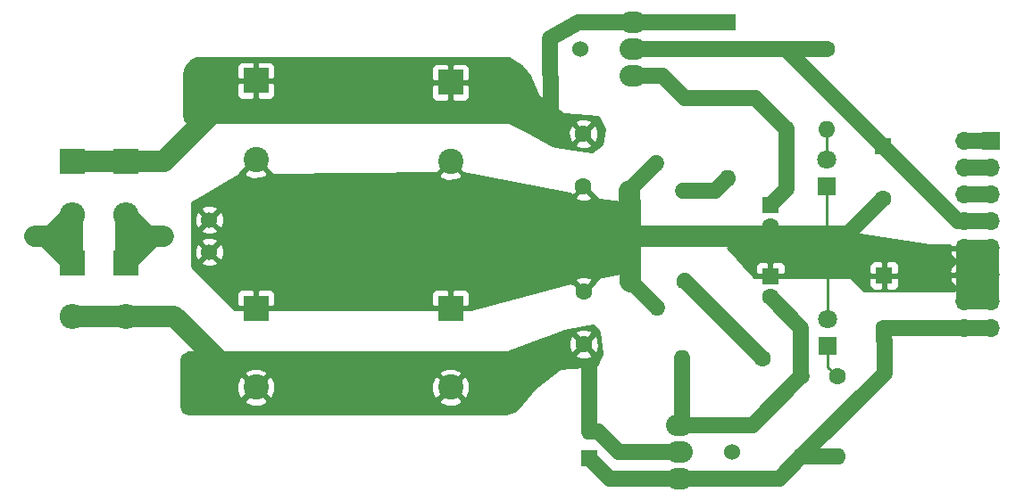
<source format=gbr>
G04 #@! TF.GenerationSoftware,KiCad,Pcbnew,(5.0.1-3-g963ef8bb5)*
G04 #@! TF.CreationDate,2018-11-14T22:17:04-08:00*
G04 #@! TF.ProjectId,eurorack-psu,6575726F7261636B2D7073752E6B6963,rev?*
G04 #@! TF.SameCoordinates,Original*
G04 #@! TF.FileFunction,Copper,L2,Bot,Signal*
G04 #@! TF.FilePolarity,Positive*
%FSLAX46Y46*%
G04 Gerber Fmt 4.6, Leading zero omitted, Abs format (unit mm)*
G04 Created by KiCad (PCBNEW (5.0.1-3-g963ef8bb5)) date Wednesday, November 14, 2018 at 10:17:04 PM*
%MOMM*%
%LPD*%
G01*
G04 APERTURE LIST*
G04 #@! TA.AperFunction,ComponentPad*
%ADD10C,1.524000*%
G04 #@! TD*
G04 #@! TA.AperFunction,ComponentPad*
%ADD11R,2.400000X2.400000*%
G04 #@! TD*
G04 #@! TA.AperFunction,ComponentPad*
%ADD12C,2.400000*%
G04 #@! TD*
G04 #@! TA.AperFunction,ComponentPad*
%ADD13R,1.600000X1.600000*%
G04 #@! TD*
G04 #@! TA.AperFunction,ComponentPad*
%ADD14O,1.600000X1.600000*%
G04 #@! TD*
G04 #@! TA.AperFunction,ComponentPad*
%ADD15O,2.540000X2.032000*%
G04 #@! TD*
G04 #@! TA.AperFunction,ComponentPad*
%ADD16C,1.600000*%
G04 #@! TD*
G04 #@! TA.AperFunction,ComponentPad*
%ADD17O,2.400000X2.400000*%
G04 #@! TD*
G04 #@! TA.AperFunction,ComponentPad*
%ADD18C,1.800000*%
G04 #@! TD*
G04 #@! TA.AperFunction,ComponentPad*
%ADD19R,1.800000X1.800000*%
G04 #@! TD*
G04 #@! TA.AperFunction,ComponentPad*
%ADD20C,1.440000*%
G04 #@! TD*
G04 #@! TA.AperFunction,ComponentPad*
%ADD21O,1.700000X1.700000*%
G04 #@! TD*
G04 #@! TA.AperFunction,ComponentPad*
%ADD22R,1.700000X1.700000*%
G04 #@! TD*
G04 #@! TA.AperFunction,ViaPad*
%ADD23C,1.524000*%
G04 #@! TD*
G04 #@! TA.AperFunction,Conductor*
%ADD24C,0.250000*%
G04 #@! TD*
G04 #@! TA.AperFunction,Conductor*
%ADD25C,1.524000*%
G04 #@! TD*
G04 #@! TA.AperFunction,Conductor*
%ADD26C,2.032000*%
G04 #@! TD*
G04 #@! TA.AperFunction,Conductor*
%ADD27C,0.254000*%
G04 #@! TD*
G04 APERTURE END LIST*
D10*
G04 #@! TO.P,TR1,5*
G04 #@! TO.N,Net-(D2-Pad1)*
X132080000Y-91694000D03*
G04 #@! TO.P,TR1,6*
G04 #@! TO.N,GNDREF*
X148590000Y-90170000D03*
G04 #@! TO.P,TR1,7*
X148590000Y-93218000D03*
G04 #@! TO.P,TR1,8*
G04 #@! TO.N,Net-(D1-Pad1)*
X144272000Y-91694000D03*
G04 #@! TD*
D11*
G04 #@! TO.P,C3,1*
G04 #@! TO.N,Net-(C1-Pad1)*
X171475000Y-77100000D03*
D12*
G04 #@! TO.P,C3,2*
G04 #@! TO.N,GNDREF*
X171475000Y-84600000D03*
G04 #@! TD*
D13*
G04 #@! TO.P,D5,1*
G04 #@! TO.N,Net-(C1-Pad1)*
X197739000Y-71374000D03*
D14*
G04 #@! TO.P,D5,2*
G04 #@! TO.N,+12V*
X197739000Y-73914000D03*
G04 #@! TD*
D15*
G04 #@! TO.P,U1,2*
G04 #@! TO.N,+12V*
X188747000Y-73920000D03*
G04 #@! TO.P,U1,3*
G04 #@! TO.N,Net-(C1-Pad1)*
X188747000Y-71380000D03*
G04 #@! TO.P,U1,1*
G04 #@! TO.N,Net-(C7-Pad1)*
X188747000Y-76460000D03*
G04 #@! TD*
D13*
G04 #@! TO.P,C8,1*
G04 #@! TO.N,GNDREF*
X201803000Y-95504000D03*
D16*
G04 #@! TO.P,C8,2*
G04 #@! TO.N,Net-(C8-Pad2)*
X201803000Y-97504000D03*
G04 #@! TD*
D17*
G04 #@! TO.P,D4,2*
G04 #@! TO.N,Net-(D2-Pad1)*
X135636000Y-89662000D03*
D11*
G04 #@! TO.P,D4,1*
G04 #@! TO.N,Net-(C1-Pad1)*
X135636000Y-84582000D03*
G04 #@! TD*
D12*
G04 #@! TO.P,C2,2*
G04 #@! TO.N,Net-(C2-Pad2)*
X153016000Y-106050000D03*
D11*
G04 #@! TO.P,C2,1*
G04 #@! TO.N,GNDREF*
X153016000Y-98550000D03*
G04 #@! TD*
G04 #@! TO.P,C4,1*
G04 #@! TO.N,GNDREF*
X171475000Y-98550000D03*
D12*
G04 #@! TO.P,C4,2*
G04 #@! TO.N,Net-(C2-Pad2)*
X171475000Y-106050000D03*
G04 #@! TD*
G04 #@! TO.P,C1,2*
G04 #@! TO.N,GNDREF*
X153016000Y-84425000D03*
D11*
G04 #@! TO.P,C1,1*
G04 #@! TO.N,Net-(C1-Pad1)*
X153016000Y-76925000D03*
G04 #@! TD*
D16*
G04 #@! TO.P,C5,2*
G04 #@! TO.N,GNDREF*
X184072000Y-86975000D03*
G04 #@! TO.P,C5,1*
G04 #@! TO.N,Net-(C1-Pad1)*
X184072000Y-81975000D03*
G04 #@! TD*
G04 #@! TO.P,C6,1*
G04 #@! TO.N,GNDREF*
X184097000Y-96950000D03*
G04 #@! TO.P,C6,2*
G04 #@! TO.N,Net-(C2-Pad2)*
X184097000Y-101950000D03*
G04 #@! TD*
G04 #@! TO.P,C7,2*
G04 #@! TO.N,GNDREF*
X201803000Y-90773000D03*
D13*
G04 #@! TO.P,C7,1*
G04 #@! TO.N,Net-(C7-Pad1)*
X201803000Y-88773000D03*
G04 #@! TD*
D16*
G04 #@! TO.P,C9,2*
G04 #@! TO.N,GNDREF*
X212472000Y-88150000D03*
D13*
G04 #@! TO.P,C9,1*
G04 #@! TO.N,+12V*
X212472000Y-83150000D03*
G04 #@! TD*
D16*
G04 #@! TO.P,C10,2*
G04 #@! TO.N,-12V*
X212600000Y-100450000D03*
D13*
G04 #@! TO.P,C10,1*
G04 #@! TO.N,GNDREF*
X212600000Y-95450000D03*
G04 #@! TD*
D17*
G04 #@! TO.P,D1,2*
G04 #@! TO.N,Net-(C2-Pad2)*
X140716000Y-99314000D03*
D11*
G04 #@! TO.P,D1,1*
G04 #@! TO.N,Net-(D1-Pad1)*
X140716000Y-94234000D03*
G04 #@! TD*
G04 #@! TO.P,D2,1*
G04 #@! TO.N,Net-(D2-Pad1)*
X135636000Y-94234000D03*
D17*
G04 #@! TO.P,D2,2*
G04 #@! TO.N,Net-(C2-Pad2)*
X135636000Y-99314000D03*
G04 #@! TD*
D11*
G04 #@! TO.P,D3,1*
G04 #@! TO.N,Net-(C1-Pad1)*
X140716000Y-84582000D03*
D17*
G04 #@! TO.P,D3,2*
G04 #@! TO.N,Net-(D1-Pad1)*
X140716000Y-89662000D03*
G04 #@! TD*
D13*
G04 #@! TO.P,D6,1*
G04 #@! TO.N,-12V*
X184658000Y-112776000D03*
D14*
G04 #@! TO.P,D6,2*
G04 #@! TO.N,Net-(C2-Pad2)*
X184658000Y-110236000D03*
G04 #@! TD*
D18*
G04 #@! TO.P,D7,2*
G04 #@! TO.N,Net-(D7-Pad2)*
X207137000Y-84455000D03*
D19*
G04 #@! TO.P,D7,1*
G04 #@! TO.N,GNDREF*
X207137000Y-86995000D03*
G04 #@! TD*
G04 #@! TO.P,D8,1*
G04 #@! TO.N,Net-(D8-Pad1)*
X207264000Y-102108000D03*
D18*
G04 #@! TO.P,D8,2*
G04 #@! TO.N,GNDREF*
X207264000Y-99568000D03*
G04 #@! TD*
D20*
G04 #@! TO.P,RV2,3*
G04 #@! TO.N,GNDREF*
X188468000Y-87376000D03*
G04 #@! TO.P,RV2,2*
X191008000Y-84836000D03*
G04 #@! TO.P,RV2,1*
G04 #@! TO.N,Net-(R1-Pad2)*
X193548000Y-87376000D03*
G04 #@! TD*
G04 #@! TO.P,RV3,1*
G04 #@! TO.N,GNDREF*
X188497000Y-96012000D03*
G04 #@! TO.P,RV3,2*
X191037000Y-98552000D03*
G04 #@! TO.P,RV3,3*
G04 #@! TO.N,Net-(R2-Pad1)*
X193577000Y-96012000D03*
G04 #@! TD*
D15*
G04 #@! TO.P,U2,2*
G04 #@! TO.N,Net-(C2-Pad2)*
X193147000Y-112172000D03*
G04 #@! TO.P,U2,3*
G04 #@! TO.N,-12V*
X193147000Y-114712000D03*
G04 #@! TO.P,U2,1*
G04 #@! TO.N,Net-(C8-Pad2)*
X193147000Y-109632000D03*
G04 #@! TD*
D21*
G04 #@! TO.P,J1,16*
G04 #@! TO.N,-12V*
X220207000Y-100455000D03*
G04 #@! TO.P,J1,15*
X222747000Y-100455000D03*
G04 #@! TO.P,J1,14*
G04 #@! TO.N,GNDREF*
X220207000Y-97915000D03*
G04 #@! TO.P,J1,13*
X222747000Y-97915000D03*
G04 #@! TO.P,J1,12*
X220207000Y-95375000D03*
G04 #@! TO.P,J1,11*
X222747000Y-95375000D03*
G04 #@! TO.P,J1,10*
X220207000Y-92835000D03*
G04 #@! TO.P,J1,9*
X222747000Y-92835000D03*
G04 #@! TO.P,J1,8*
G04 #@! TO.N,+12V*
X220207000Y-90295000D03*
G04 #@! TO.P,J1,7*
X222747000Y-90295000D03*
G04 #@! TO.P,J1,6*
G04 #@! TO.N,Net-(J1-Pad5)*
X220207000Y-87755000D03*
G04 #@! TO.P,J1,5*
X222747000Y-87755000D03*
G04 #@! TO.P,J1,4*
G04 #@! TO.N,Net-(J1-Pad3)*
X220207000Y-85215000D03*
G04 #@! TO.P,J1,3*
X222747000Y-85215000D03*
G04 #@! TO.P,J1,2*
G04 #@! TO.N,Net-(J1-Pad1)*
X220207000Y-82675000D03*
D22*
G04 #@! TO.P,J1,1*
X222747000Y-82675000D03*
G04 #@! TD*
D16*
G04 #@! TO.P,R1,1*
G04 #@! TO.N,Net-(C7-Pad1)*
X197739000Y-78613000D03*
D14*
G04 #@! TO.P,R1,2*
G04 #@! TO.N,Net-(R1-Pad2)*
X197739000Y-86233000D03*
G04 #@! TD*
G04 #@! TO.P,R2,2*
G04 #@! TO.N,Net-(C8-Pad2)*
X193427000Y-103297000D03*
D16*
G04 #@! TO.P,R2,1*
G04 #@! TO.N,Net-(R2-Pad1)*
X201047000Y-103297000D03*
G04 #@! TD*
D14*
G04 #@! TO.P,R3,2*
G04 #@! TO.N,Net-(C7-Pad1)*
X203327000Y-81534000D03*
D16*
G04 #@! TO.P,R3,1*
G04 #@! TO.N,+12V*
X203327000Y-73914000D03*
G04 #@! TD*
D14*
G04 #@! TO.P,R4,2*
G04 #@! TO.N,-12V*
X204724000Y-112670000D03*
D16*
G04 #@! TO.P,R4,1*
G04 #@! TO.N,Net-(C8-Pad2)*
X204724000Y-105050000D03*
G04 #@! TD*
G04 #@! TO.P,R5,1*
G04 #@! TO.N,+12V*
X207137000Y-73914000D03*
D14*
G04 #@! TO.P,R5,2*
G04 #@! TO.N,Net-(D7-Pad2)*
X207137000Y-81534000D03*
G04 #@! TD*
D16*
G04 #@! TO.P,R6,1*
G04 #@! TO.N,Net-(D8-Pad1)*
X208153000Y-105029000D03*
D14*
G04 #@! TO.P,R6,2*
G04 #@! TO.N,-12V*
X208153000Y-112649000D03*
G04 #@! TD*
D23*
G04 #@! TO.N,*
X198147000Y-112172000D03*
X183747000Y-73920000D03*
G04 #@! TD*
D24*
G04 #@! TO.N,GNDREF*
X171300000Y-84425000D02*
X171475000Y-84600000D01*
D25*
X188467000Y-87295000D02*
X191007000Y-84755000D01*
X208922000Y-91700000D02*
X212472000Y-88150000D01*
X188497000Y-95972000D02*
X191037000Y-98512000D01*
X220107000Y-95275000D02*
X220207000Y-95375000D01*
X220207000Y-95375000D02*
X220207000Y-97915000D01*
X220207000Y-95375000D02*
X220207000Y-92835000D01*
X221447000Y-97915000D02*
X222747000Y-97915000D01*
X220207000Y-97915000D02*
X221447000Y-97915000D01*
X221447000Y-92835000D02*
X222747000Y-92835000D01*
X220207000Y-92835000D02*
X221447000Y-92835000D01*
X222747000Y-95375000D02*
X222747000Y-92835000D01*
X222747000Y-97915000D02*
X222747000Y-95375000D01*
X221447000Y-92835000D02*
X221447000Y-97915000D01*
D26*
X207137000Y-91700000D02*
X188715000Y-91700000D01*
X188467000Y-91452000D02*
X188715000Y-91700000D01*
X188467000Y-91452000D02*
X186067000Y-91452000D01*
X188497000Y-91482000D02*
X188467000Y-91452000D01*
X188497000Y-96012000D02*
X188497000Y-91482000D01*
X188468000Y-88394233D02*
X188497000Y-88423233D01*
X188497000Y-88423233D02*
X188497000Y-91482000D01*
X188468000Y-87376000D02*
X188468000Y-88394233D01*
D24*
X207264000Y-95645000D02*
X208922000Y-93987000D01*
X207264000Y-99568000D02*
X207264000Y-95645000D01*
X207137000Y-86995000D02*
X207137000Y-91700000D01*
D26*
X207137000Y-91700000D02*
X208922000Y-91700000D01*
D24*
G04 #@! TO.N,Net-(C1-Pad1)*
X152175000Y-77100000D02*
X152000000Y-76925000D01*
D26*
X140716000Y-84582000D02*
X144343000Y-84582000D01*
X135636000Y-84582000D02*
X140716000Y-84582000D01*
D25*
X197733000Y-71380000D02*
X197739000Y-71374000D01*
X188747000Y-71380000D02*
X197733000Y-71380000D01*
X144343000Y-84582000D02*
X144418000Y-84582000D01*
D26*
X144343000Y-84582000D02*
X144343000Y-84557000D01*
X144343000Y-84557000D02*
X149750000Y-79150000D01*
D25*
X180925000Y-72900000D02*
X180950000Y-79925000D01*
X183642000Y-71374000D02*
X180925000Y-72900000D01*
X188229672Y-71374000D02*
X183642000Y-71374000D01*
D26*
G04 #@! TO.N,Net-(C2-Pad2)*
X140716000Y-99314000D02*
X145264000Y-99314000D01*
X135636000Y-99314000D02*
X140716000Y-99314000D01*
D25*
X187385602Y-112172000D02*
X185449602Y-110236000D01*
X185449602Y-110236000D02*
X184658000Y-110236000D01*
X193147000Y-112172000D02*
X187385602Y-112172000D01*
X184658000Y-110236000D02*
X184658000Y-104140000D01*
D26*
X145264000Y-99314000D02*
X149375000Y-103425000D01*
D25*
G04 #@! TO.N,Net-(C7-Pad1)*
X191541000Y-76460000D02*
X193706000Y-78625000D01*
X188747000Y-76460000D02*
X191541000Y-76460000D01*
X193718000Y-78613000D02*
X197739000Y-78613000D01*
X193706000Y-78625000D02*
X193718000Y-78613000D01*
X200406000Y-78613000D02*
X203327000Y-81534000D01*
X197739000Y-78613000D02*
X200406000Y-78613000D01*
X203327000Y-87249000D02*
X201803000Y-88773000D01*
X203327000Y-81534000D02*
X203327000Y-87249000D01*
G04 #@! TO.N,Net-(C8-Pad2)*
X193427000Y-109352000D02*
X193147000Y-109632000D01*
X193427000Y-103297000D02*
X193427000Y-109352000D01*
X204747000Y-105027000D02*
X204724000Y-105050000D01*
X200142000Y-109632000D02*
X204724000Y-105050000D01*
X193147000Y-109632000D02*
X200142000Y-109632000D01*
X204724000Y-100425000D02*
X201803000Y-97504000D01*
X204724000Y-105050000D02*
X204724000Y-100425000D01*
G04 #@! TO.N,+12V*
X220207000Y-90295000D02*
X222747000Y-90295000D01*
X219617000Y-90295000D02*
X220207000Y-90295000D01*
X212472000Y-83150000D02*
X219617000Y-90295000D01*
X197733000Y-73920000D02*
X197739000Y-73914000D01*
X188747000Y-73920000D02*
X197733000Y-73920000D01*
X197739000Y-73914000D02*
X207137000Y-73914000D01*
X203236000Y-73914000D02*
X212472000Y-83150000D01*
X202438000Y-73914000D02*
X203236000Y-73914000D01*
G04 #@! TO.N,-12V*
X220207000Y-100455000D02*
X222747000Y-100455000D01*
X186594000Y-114712000D02*
X184658000Y-112776000D01*
X193147000Y-114712000D02*
X186594000Y-114712000D01*
X202682000Y-114712000D02*
X204724000Y-112670000D01*
X193147000Y-114712000D02*
X202682000Y-114712000D01*
X212622000Y-104772000D02*
X204724000Y-112670000D01*
X208132000Y-112670000D02*
X208153000Y-112649000D01*
X204724000Y-112670000D02*
X208132000Y-112670000D01*
X220202000Y-100450000D02*
X220207000Y-100455000D01*
X212600000Y-100450000D02*
X220202000Y-100450000D01*
X212622000Y-101603370D02*
X212622000Y-104772000D01*
X212600000Y-101581370D02*
X212622000Y-101603370D01*
X212600000Y-100450000D02*
X212600000Y-101581370D01*
D26*
G04 #@! TO.N,Net-(D1-Pad1)*
X142748000Y-91694000D02*
X140716000Y-89662000D01*
X144272000Y-91694000D02*
X142748000Y-91694000D01*
X143256000Y-91694000D02*
X140716000Y-94234000D01*
X144272000Y-91694000D02*
X143256000Y-91694000D01*
X140716000Y-89662000D02*
X140716000Y-94234000D01*
G04 #@! TO.N,Net-(D2-Pad1)*
X135636000Y-89662000D02*
X135636000Y-94234000D01*
X133096000Y-91694000D02*
X135636000Y-94234000D01*
X132080000Y-91694000D02*
X133096000Y-91694000D01*
X133604000Y-91694000D02*
X135636000Y-89662000D01*
X132080000Y-91694000D02*
X133604000Y-91694000D01*
D24*
G04 #@! TO.N,Net-(D7-Pad2)*
X207137000Y-81534000D02*
X207137000Y-84455000D01*
G04 #@! TO.N,Net-(D8-Pad1)*
X207264000Y-104140000D02*
X208153000Y-105029000D01*
X207264000Y-102108000D02*
X207264000Y-104140000D01*
D25*
G04 #@! TO.N,Net-(R1-Pad2)*
X196596000Y-87376000D02*
X197739000Y-86233000D01*
X193548000Y-87376000D02*
X196596000Y-87376000D01*
G04 #@! TO.N,Net-(R2-Pad1)*
X193722000Y-95972000D02*
X201047000Y-103297000D01*
G04 #@! TO.N,Net-(J1-Pad5)*
X220207000Y-87755000D02*
X222747000Y-87755000D01*
G04 #@! TO.N,Net-(J1-Pad3)*
X220207000Y-85215000D02*
X222747000Y-85215000D01*
G04 #@! TO.N,Net-(J1-Pad1)*
X220207000Y-82675000D02*
X222747000Y-82675000D01*
G04 #@! TD*
D27*
G04 #@! TO.N,Net-(C2-Pad2)*
G36*
X185553022Y-100769628D02*
X185798100Y-102852791D01*
X185331620Y-104018990D01*
X181854952Y-104267323D01*
X181807163Y-104280428D01*
X181786030Y-104293752D01*
X179500030Y-106071752D01*
X179480436Y-106090697D01*
X178214131Y-107610263D01*
X177477396Y-108346998D01*
X176763390Y-108585000D01*
X146587980Y-108585000D01*
X146144660Y-108363340D01*
X145923000Y-107920020D01*
X145923000Y-107347175D01*
X151898430Y-107347175D01*
X152021565Y-107634788D01*
X152703734Y-107894707D01*
X153433443Y-107873786D01*
X154010435Y-107634788D01*
X154133570Y-107347175D01*
X170357430Y-107347175D01*
X170480565Y-107634788D01*
X171162734Y-107894707D01*
X171892443Y-107873786D01*
X172469435Y-107634788D01*
X172592570Y-107347175D01*
X171475000Y-106229605D01*
X170357430Y-107347175D01*
X154133570Y-107347175D01*
X153016000Y-106229605D01*
X151898430Y-107347175D01*
X145923000Y-107347175D01*
X145923000Y-105737734D01*
X151171293Y-105737734D01*
X151192214Y-106467443D01*
X151431212Y-107044435D01*
X151718825Y-107167570D01*
X152836395Y-106050000D01*
X153195605Y-106050000D01*
X154313175Y-107167570D01*
X154600788Y-107044435D01*
X154860707Y-106362266D01*
X154842802Y-105737734D01*
X169630293Y-105737734D01*
X169651214Y-106467443D01*
X169890212Y-107044435D01*
X170177825Y-107167570D01*
X171295395Y-106050000D01*
X171654605Y-106050000D01*
X172772175Y-107167570D01*
X173059788Y-107044435D01*
X173319707Y-106362266D01*
X173298786Y-105632557D01*
X173059788Y-105055565D01*
X172772175Y-104932430D01*
X171654605Y-106050000D01*
X171295395Y-106050000D01*
X170177825Y-104932430D01*
X169890212Y-105055565D01*
X169630293Y-105737734D01*
X154842802Y-105737734D01*
X154839786Y-105632557D01*
X154600788Y-105055565D01*
X154313175Y-104932430D01*
X153195605Y-106050000D01*
X152836395Y-106050000D01*
X151718825Y-104932430D01*
X151431212Y-105055565D01*
X151171293Y-105737734D01*
X145923000Y-105737734D01*
X145923000Y-104752825D01*
X151898430Y-104752825D01*
X153016000Y-105870395D01*
X154133570Y-104752825D01*
X170357430Y-104752825D01*
X171475000Y-105870395D01*
X172592570Y-104752825D01*
X172469435Y-104465212D01*
X171787266Y-104205293D01*
X171057557Y-104226214D01*
X170480565Y-104465212D01*
X170357430Y-104752825D01*
X154133570Y-104752825D01*
X154010435Y-104465212D01*
X153328266Y-104205293D01*
X152598557Y-104226214D01*
X152021565Y-104465212D01*
X151898430Y-104752825D01*
X145923000Y-104752825D01*
X145923000Y-103407980D01*
X146144660Y-102964660D01*
X146158490Y-102957745D01*
X183268861Y-102957745D01*
X183342995Y-103203864D01*
X183880223Y-103396965D01*
X184450454Y-103369778D01*
X184851005Y-103203864D01*
X184925139Y-102957745D01*
X184097000Y-102129605D01*
X183268861Y-102957745D01*
X146158490Y-102957745D01*
X146587980Y-102743000D01*
X176784000Y-102743000D01*
X176828289Y-102735027D01*
X179520637Y-101733223D01*
X182650035Y-101733223D01*
X182677222Y-102303454D01*
X182843136Y-102704005D01*
X183089255Y-102778139D01*
X183917395Y-101950000D01*
X184276605Y-101950000D01*
X185104745Y-102778139D01*
X185350864Y-102704005D01*
X185543965Y-102166777D01*
X185516778Y-101596546D01*
X185350864Y-101195995D01*
X185104745Y-101121861D01*
X184276605Y-101950000D01*
X183917395Y-101950000D01*
X183089255Y-101121861D01*
X182843136Y-101195995D01*
X182650035Y-101733223D01*
X179520637Y-101733223D01*
X181646363Y-100942255D01*
X183268861Y-100942255D01*
X184097000Y-101770395D01*
X184925139Y-100942255D01*
X184851005Y-100696136D01*
X184313777Y-100503035D01*
X183743546Y-100530222D01*
X183342995Y-100696136D01*
X183268861Y-100942255D01*
X181646363Y-100942255D01*
X182278767Y-100706942D01*
X184996249Y-100212855D01*
X185553022Y-100769628D01*
X185553022Y-100769628D01*
G37*
X185553022Y-100769628D02*
X185798100Y-102852791D01*
X185331620Y-104018990D01*
X181854952Y-104267323D01*
X181807163Y-104280428D01*
X181786030Y-104293752D01*
X179500030Y-106071752D01*
X179480436Y-106090697D01*
X178214131Y-107610263D01*
X177477396Y-108346998D01*
X176763390Y-108585000D01*
X146587980Y-108585000D01*
X146144660Y-108363340D01*
X145923000Y-107920020D01*
X145923000Y-107347175D01*
X151898430Y-107347175D01*
X152021565Y-107634788D01*
X152703734Y-107894707D01*
X153433443Y-107873786D01*
X154010435Y-107634788D01*
X154133570Y-107347175D01*
X170357430Y-107347175D01*
X170480565Y-107634788D01*
X171162734Y-107894707D01*
X171892443Y-107873786D01*
X172469435Y-107634788D01*
X172592570Y-107347175D01*
X171475000Y-106229605D01*
X170357430Y-107347175D01*
X154133570Y-107347175D01*
X153016000Y-106229605D01*
X151898430Y-107347175D01*
X145923000Y-107347175D01*
X145923000Y-105737734D01*
X151171293Y-105737734D01*
X151192214Y-106467443D01*
X151431212Y-107044435D01*
X151718825Y-107167570D01*
X152836395Y-106050000D01*
X153195605Y-106050000D01*
X154313175Y-107167570D01*
X154600788Y-107044435D01*
X154860707Y-106362266D01*
X154842802Y-105737734D01*
X169630293Y-105737734D01*
X169651214Y-106467443D01*
X169890212Y-107044435D01*
X170177825Y-107167570D01*
X171295395Y-106050000D01*
X171654605Y-106050000D01*
X172772175Y-107167570D01*
X173059788Y-107044435D01*
X173319707Y-106362266D01*
X173298786Y-105632557D01*
X173059788Y-105055565D01*
X172772175Y-104932430D01*
X171654605Y-106050000D01*
X171295395Y-106050000D01*
X170177825Y-104932430D01*
X169890212Y-105055565D01*
X169630293Y-105737734D01*
X154842802Y-105737734D01*
X154839786Y-105632557D01*
X154600788Y-105055565D01*
X154313175Y-104932430D01*
X153195605Y-106050000D01*
X152836395Y-106050000D01*
X151718825Y-104932430D01*
X151431212Y-105055565D01*
X151171293Y-105737734D01*
X145923000Y-105737734D01*
X145923000Y-104752825D01*
X151898430Y-104752825D01*
X153016000Y-105870395D01*
X154133570Y-104752825D01*
X170357430Y-104752825D01*
X171475000Y-105870395D01*
X172592570Y-104752825D01*
X172469435Y-104465212D01*
X171787266Y-104205293D01*
X171057557Y-104226214D01*
X170480565Y-104465212D01*
X170357430Y-104752825D01*
X154133570Y-104752825D01*
X154010435Y-104465212D01*
X153328266Y-104205293D01*
X152598557Y-104226214D01*
X152021565Y-104465212D01*
X151898430Y-104752825D01*
X145923000Y-104752825D01*
X145923000Y-103407980D01*
X146144660Y-102964660D01*
X146158490Y-102957745D01*
X183268861Y-102957745D01*
X183342995Y-103203864D01*
X183880223Y-103396965D01*
X184450454Y-103369778D01*
X184851005Y-103203864D01*
X184925139Y-102957745D01*
X184097000Y-102129605D01*
X183268861Y-102957745D01*
X146158490Y-102957745D01*
X146587980Y-102743000D01*
X176784000Y-102743000D01*
X176828289Y-102735027D01*
X179520637Y-101733223D01*
X182650035Y-101733223D01*
X182677222Y-102303454D01*
X182843136Y-102704005D01*
X183089255Y-102778139D01*
X183917395Y-101950000D01*
X184276605Y-101950000D01*
X185104745Y-102778139D01*
X185350864Y-102704005D01*
X185543965Y-102166777D01*
X185516778Y-101596546D01*
X185350864Y-101195995D01*
X185104745Y-101121861D01*
X184276605Y-101950000D01*
X183917395Y-101950000D01*
X183089255Y-101121861D01*
X182843136Y-101195995D01*
X182650035Y-101733223D01*
X179520637Y-101733223D01*
X181646363Y-100942255D01*
X183268861Y-100942255D01*
X184097000Y-101770395D01*
X184925139Y-100942255D01*
X184851005Y-100696136D01*
X184313777Y-100503035D01*
X183743546Y-100530222D01*
X183342995Y-100696136D01*
X183268861Y-100942255D01*
X181646363Y-100942255D01*
X182278767Y-100706942D01*
X184996249Y-100212855D01*
X185553022Y-100769628D01*
G04 #@! TO.N,GNDREF*
G36*
X153209748Y-84410858D02*
X153195605Y-84425000D01*
X153999385Y-85228780D01*
X154459830Y-85804336D01*
X154497739Y-85836248D01*
X154560032Y-85851996D01*
X170181032Y-85724996D01*
X170229553Y-85714934D01*
X170277564Y-85679303D01*
X170584924Y-85310471D01*
X171295395Y-84600000D01*
X171281253Y-84585858D01*
X171460858Y-84406253D01*
X171475000Y-84420395D01*
X171489143Y-84406253D01*
X171668748Y-84585858D01*
X171654605Y-84600000D01*
X172065076Y-85010471D01*
X172622436Y-85679303D01*
X172660976Y-85710451D01*
X172695678Y-85722649D01*
X182804057Y-87695016D01*
X182818136Y-87729005D01*
X183064255Y-87803139D01*
X183112756Y-87754638D01*
X183159231Y-87754468D01*
X183204942Y-87735338D01*
X183234248Y-87707970D01*
X183496129Y-87371265D01*
X183892395Y-86975000D01*
X183878253Y-86960858D01*
X184057858Y-86781253D01*
X184072000Y-86795395D01*
X184086143Y-86781253D01*
X184265748Y-86960858D01*
X184251605Y-86975000D01*
X184888866Y-87612260D01*
X185453680Y-88224142D01*
X185493748Y-88253296D01*
X185532161Y-88264130D01*
X187579000Y-88504935D01*
X187579000Y-95149414D01*
X185517912Y-95634376D01*
X185472817Y-95654918D01*
X185442347Y-95686051D01*
X185136211Y-96131339D01*
X185104745Y-96121861D01*
X184276605Y-96950000D01*
X184290748Y-96964143D01*
X184111143Y-97143748D01*
X184097000Y-97129605D01*
X184082858Y-97143748D01*
X183903253Y-96964143D01*
X183917395Y-96950000D01*
X183089255Y-96121861D01*
X182951250Y-96163430D01*
X182939024Y-96153549D01*
X182891498Y-96139522D01*
X182846903Y-96143389D01*
X173383226Y-98697983D01*
X173172020Y-98697770D01*
X173151250Y-98677000D01*
X171602000Y-98677000D01*
X171602000Y-98696187D01*
X171348000Y-98695931D01*
X171348000Y-98677000D01*
X169798750Y-98677000D01*
X169781399Y-98694351D01*
X154694386Y-98679136D01*
X154692250Y-98677000D01*
X153143000Y-98677000D01*
X153143000Y-98679000D01*
X152889000Y-98679000D01*
X152889000Y-98677000D01*
X151339750Y-98677000D01*
X151337750Y-98679000D01*
X151055606Y-98679000D01*
X149600297Y-97223691D01*
X151181000Y-97223691D01*
X151181000Y-98264250D01*
X151339750Y-98423000D01*
X152889000Y-98423000D01*
X152889000Y-96873750D01*
X153143000Y-96873750D01*
X153143000Y-98423000D01*
X154692250Y-98423000D01*
X154851000Y-98264250D01*
X154851000Y-97223691D01*
X169640000Y-97223691D01*
X169640000Y-98264250D01*
X169798750Y-98423000D01*
X171348000Y-98423000D01*
X171348000Y-96873750D01*
X171602000Y-96873750D01*
X171602000Y-98423000D01*
X173151250Y-98423000D01*
X173310000Y-98264250D01*
X173310000Y-97223691D01*
X173213327Y-96990302D01*
X173034699Y-96811673D01*
X172801310Y-96715000D01*
X171760750Y-96715000D01*
X171602000Y-96873750D01*
X171348000Y-96873750D01*
X171189250Y-96715000D01*
X170148690Y-96715000D01*
X169915301Y-96811673D01*
X169736673Y-96990302D01*
X169640000Y-97223691D01*
X154851000Y-97223691D01*
X154754327Y-96990302D01*
X154575699Y-96811673D01*
X154342310Y-96715000D01*
X153301750Y-96715000D01*
X153143000Y-96873750D01*
X152889000Y-96873750D01*
X152730250Y-96715000D01*
X151689690Y-96715000D01*
X151456301Y-96811673D01*
X151277673Y-96990302D01*
X151181000Y-97223691D01*
X149600297Y-97223691D01*
X148318861Y-95942255D01*
X183268861Y-95942255D01*
X184097000Y-96770395D01*
X184925139Y-95942255D01*
X184851005Y-95696136D01*
X184313777Y-95503035D01*
X183743546Y-95530222D01*
X183342995Y-95696136D01*
X183268861Y-95942255D01*
X148318861Y-95942255D01*
X146939325Y-94562719D01*
X146941571Y-94198213D01*
X147789392Y-94198213D01*
X147858857Y-94440397D01*
X148382302Y-94627144D01*
X148937368Y-94599362D01*
X149321143Y-94440397D01*
X149390608Y-94198213D01*
X148590000Y-93397605D01*
X147789392Y-94198213D01*
X146941571Y-94198213D01*
X146948893Y-93010302D01*
X147180856Y-93010302D01*
X147208638Y-93565368D01*
X147367603Y-93949143D01*
X147609787Y-94018608D01*
X148410395Y-93218000D01*
X148769605Y-93218000D01*
X149570213Y-94018608D01*
X149812397Y-93949143D01*
X149999144Y-93425698D01*
X149971362Y-92870632D01*
X149812397Y-92486857D01*
X149570213Y-92417392D01*
X148769605Y-93218000D01*
X148410395Y-93218000D01*
X147609787Y-92417392D01*
X147367603Y-92486857D01*
X147180856Y-93010302D01*
X146948893Y-93010302D01*
X146953654Y-92237787D01*
X147789392Y-92237787D01*
X148590000Y-93038395D01*
X149390608Y-92237787D01*
X149321143Y-91995603D01*
X148797698Y-91808856D01*
X148242632Y-91836638D01*
X147858857Y-91995603D01*
X147789392Y-92237787D01*
X146953654Y-92237787D01*
X146960357Y-91150213D01*
X147789392Y-91150213D01*
X147858857Y-91392397D01*
X148382302Y-91579144D01*
X148937368Y-91551362D01*
X149321143Y-91392397D01*
X149390608Y-91150213D01*
X148590000Y-90349605D01*
X147789392Y-91150213D01*
X146960357Y-91150213D01*
X146967680Y-89962302D01*
X147180856Y-89962302D01*
X147208638Y-90517368D01*
X147367603Y-90901143D01*
X147609787Y-90970608D01*
X148410395Y-90170000D01*
X148769605Y-90170000D01*
X149570213Y-90970608D01*
X149812397Y-90901143D01*
X149999144Y-90377698D01*
X149971362Y-89822632D01*
X149812397Y-89438857D01*
X149570213Y-89369392D01*
X148769605Y-90170000D01*
X148410395Y-90170000D01*
X147609787Y-89369392D01*
X147367603Y-89438857D01*
X147180856Y-89962302D01*
X146967680Y-89962302D01*
X146972442Y-89189787D01*
X147789392Y-89189787D01*
X148590000Y-89990395D01*
X149390608Y-89189787D01*
X149321143Y-88947603D01*
X148797698Y-88760856D01*
X148242632Y-88788638D01*
X147858857Y-88947603D01*
X147789392Y-89189787D01*
X146972442Y-89189787D01*
X146976558Y-88522109D01*
X147873980Y-87982745D01*
X183243861Y-87982745D01*
X183317995Y-88228864D01*
X183855223Y-88421965D01*
X184425454Y-88394778D01*
X184826005Y-88228864D01*
X184900139Y-87982745D01*
X184072000Y-87154605D01*
X183243861Y-87982745D01*
X147873980Y-87982745D01*
X151449422Y-85833853D01*
X151479973Y-85808176D01*
X151554507Y-85722175D01*
X151898430Y-85722175D01*
X152021565Y-86009788D01*
X152703734Y-86269707D01*
X153433443Y-86248786D01*
X154010435Y-86009788D01*
X154058647Y-85897175D01*
X170357430Y-85897175D01*
X170480565Y-86184788D01*
X171162734Y-86444707D01*
X171892443Y-86423786D01*
X172469435Y-86184788D01*
X172592570Y-85897175D01*
X171475000Y-84779605D01*
X170357430Y-85897175D01*
X154058647Y-85897175D01*
X154133570Y-85722175D01*
X153016000Y-84604605D01*
X151898430Y-85722175D01*
X151554507Y-85722175D01*
X151712509Y-85539866D01*
X151718825Y-85542570D01*
X152836395Y-84425000D01*
X152822253Y-84410858D01*
X153001858Y-84231253D01*
X153016000Y-84245395D01*
X153030143Y-84231253D01*
X153209748Y-84410858D01*
X153209748Y-84410858D01*
G37*
X153209748Y-84410858D02*
X153195605Y-84425000D01*
X153999385Y-85228780D01*
X154459830Y-85804336D01*
X154497739Y-85836248D01*
X154560032Y-85851996D01*
X170181032Y-85724996D01*
X170229553Y-85714934D01*
X170277564Y-85679303D01*
X170584924Y-85310471D01*
X171295395Y-84600000D01*
X171281253Y-84585858D01*
X171460858Y-84406253D01*
X171475000Y-84420395D01*
X171489143Y-84406253D01*
X171668748Y-84585858D01*
X171654605Y-84600000D01*
X172065076Y-85010471D01*
X172622436Y-85679303D01*
X172660976Y-85710451D01*
X172695678Y-85722649D01*
X182804057Y-87695016D01*
X182818136Y-87729005D01*
X183064255Y-87803139D01*
X183112756Y-87754638D01*
X183159231Y-87754468D01*
X183204942Y-87735338D01*
X183234248Y-87707970D01*
X183496129Y-87371265D01*
X183892395Y-86975000D01*
X183878253Y-86960858D01*
X184057858Y-86781253D01*
X184072000Y-86795395D01*
X184086143Y-86781253D01*
X184265748Y-86960858D01*
X184251605Y-86975000D01*
X184888866Y-87612260D01*
X185453680Y-88224142D01*
X185493748Y-88253296D01*
X185532161Y-88264130D01*
X187579000Y-88504935D01*
X187579000Y-95149414D01*
X185517912Y-95634376D01*
X185472817Y-95654918D01*
X185442347Y-95686051D01*
X185136211Y-96131339D01*
X185104745Y-96121861D01*
X184276605Y-96950000D01*
X184290748Y-96964143D01*
X184111143Y-97143748D01*
X184097000Y-97129605D01*
X184082858Y-97143748D01*
X183903253Y-96964143D01*
X183917395Y-96950000D01*
X183089255Y-96121861D01*
X182951250Y-96163430D01*
X182939024Y-96153549D01*
X182891498Y-96139522D01*
X182846903Y-96143389D01*
X173383226Y-98697983D01*
X173172020Y-98697770D01*
X173151250Y-98677000D01*
X171602000Y-98677000D01*
X171602000Y-98696187D01*
X171348000Y-98695931D01*
X171348000Y-98677000D01*
X169798750Y-98677000D01*
X169781399Y-98694351D01*
X154694386Y-98679136D01*
X154692250Y-98677000D01*
X153143000Y-98677000D01*
X153143000Y-98679000D01*
X152889000Y-98679000D01*
X152889000Y-98677000D01*
X151339750Y-98677000D01*
X151337750Y-98679000D01*
X151055606Y-98679000D01*
X149600297Y-97223691D01*
X151181000Y-97223691D01*
X151181000Y-98264250D01*
X151339750Y-98423000D01*
X152889000Y-98423000D01*
X152889000Y-96873750D01*
X153143000Y-96873750D01*
X153143000Y-98423000D01*
X154692250Y-98423000D01*
X154851000Y-98264250D01*
X154851000Y-97223691D01*
X169640000Y-97223691D01*
X169640000Y-98264250D01*
X169798750Y-98423000D01*
X171348000Y-98423000D01*
X171348000Y-96873750D01*
X171602000Y-96873750D01*
X171602000Y-98423000D01*
X173151250Y-98423000D01*
X173310000Y-98264250D01*
X173310000Y-97223691D01*
X173213327Y-96990302D01*
X173034699Y-96811673D01*
X172801310Y-96715000D01*
X171760750Y-96715000D01*
X171602000Y-96873750D01*
X171348000Y-96873750D01*
X171189250Y-96715000D01*
X170148690Y-96715000D01*
X169915301Y-96811673D01*
X169736673Y-96990302D01*
X169640000Y-97223691D01*
X154851000Y-97223691D01*
X154754327Y-96990302D01*
X154575699Y-96811673D01*
X154342310Y-96715000D01*
X153301750Y-96715000D01*
X153143000Y-96873750D01*
X152889000Y-96873750D01*
X152730250Y-96715000D01*
X151689690Y-96715000D01*
X151456301Y-96811673D01*
X151277673Y-96990302D01*
X151181000Y-97223691D01*
X149600297Y-97223691D01*
X148318861Y-95942255D01*
X183268861Y-95942255D01*
X184097000Y-96770395D01*
X184925139Y-95942255D01*
X184851005Y-95696136D01*
X184313777Y-95503035D01*
X183743546Y-95530222D01*
X183342995Y-95696136D01*
X183268861Y-95942255D01*
X148318861Y-95942255D01*
X146939325Y-94562719D01*
X146941571Y-94198213D01*
X147789392Y-94198213D01*
X147858857Y-94440397D01*
X148382302Y-94627144D01*
X148937368Y-94599362D01*
X149321143Y-94440397D01*
X149390608Y-94198213D01*
X148590000Y-93397605D01*
X147789392Y-94198213D01*
X146941571Y-94198213D01*
X146948893Y-93010302D01*
X147180856Y-93010302D01*
X147208638Y-93565368D01*
X147367603Y-93949143D01*
X147609787Y-94018608D01*
X148410395Y-93218000D01*
X148769605Y-93218000D01*
X149570213Y-94018608D01*
X149812397Y-93949143D01*
X149999144Y-93425698D01*
X149971362Y-92870632D01*
X149812397Y-92486857D01*
X149570213Y-92417392D01*
X148769605Y-93218000D01*
X148410395Y-93218000D01*
X147609787Y-92417392D01*
X147367603Y-92486857D01*
X147180856Y-93010302D01*
X146948893Y-93010302D01*
X146953654Y-92237787D01*
X147789392Y-92237787D01*
X148590000Y-93038395D01*
X149390608Y-92237787D01*
X149321143Y-91995603D01*
X148797698Y-91808856D01*
X148242632Y-91836638D01*
X147858857Y-91995603D01*
X147789392Y-92237787D01*
X146953654Y-92237787D01*
X146960357Y-91150213D01*
X147789392Y-91150213D01*
X147858857Y-91392397D01*
X148382302Y-91579144D01*
X148937368Y-91551362D01*
X149321143Y-91392397D01*
X149390608Y-91150213D01*
X148590000Y-90349605D01*
X147789392Y-91150213D01*
X146960357Y-91150213D01*
X146967680Y-89962302D01*
X147180856Y-89962302D01*
X147208638Y-90517368D01*
X147367603Y-90901143D01*
X147609787Y-90970608D01*
X148410395Y-90170000D01*
X148769605Y-90170000D01*
X149570213Y-90970608D01*
X149812397Y-90901143D01*
X149999144Y-90377698D01*
X149971362Y-89822632D01*
X149812397Y-89438857D01*
X149570213Y-89369392D01*
X148769605Y-90170000D01*
X148410395Y-90170000D01*
X147609787Y-89369392D01*
X147367603Y-89438857D01*
X147180856Y-89962302D01*
X146967680Y-89962302D01*
X146972442Y-89189787D01*
X147789392Y-89189787D01*
X148590000Y-89990395D01*
X149390608Y-89189787D01*
X149321143Y-88947603D01*
X148797698Y-88760856D01*
X148242632Y-88788638D01*
X147858857Y-88947603D01*
X147789392Y-89189787D01*
X146972442Y-89189787D01*
X146976558Y-88522109D01*
X147873980Y-87982745D01*
X183243861Y-87982745D01*
X183317995Y-88228864D01*
X183855223Y-88421965D01*
X184425454Y-88394778D01*
X184826005Y-88228864D01*
X184900139Y-87982745D01*
X184072000Y-87154605D01*
X183243861Y-87982745D01*
X147873980Y-87982745D01*
X151449422Y-85833853D01*
X151479973Y-85808176D01*
X151554507Y-85722175D01*
X151898430Y-85722175D01*
X152021565Y-86009788D01*
X152703734Y-86269707D01*
X153433443Y-86248786D01*
X154010435Y-86009788D01*
X154058647Y-85897175D01*
X170357430Y-85897175D01*
X170480565Y-86184788D01*
X171162734Y-86444707D01*
X171892443Y-86423786D01*
X172469435Y-86184788D01*
X172592570Y-85897175D01*
X171475000Y-84779605D01*
X170357430Y-85897175D01*
X154058647Y-85897175D01*
X154133570Y-85722175D01*
X153016000Y-84604605D01*
X151898430Y-85722175D01*
X151554507Y-85722175D01*
X151712509Y-85539866D01*
X151718825Y-85542570D01*
X152836395Y-84425000D01*
X152822253Y-84410858D01*
X153001858Y-84231253D01*
X153016000Y-84245395D01*
X153030143Y-84231253D01*
X153209748Y-84410858D01*
G36*
X202810745Y-91601139D02*
X202924084Y-91567000D01*
X210302289Y-91567000D01*
X216896689Y-92581523D01*
X216916000Y-92583000D01*
X218820878Y-92583000D01*
X218886845Y-92708000D01*
X220080000Y-92708000D01*
X220080000Y-92688000D01*
X220334000Y-92688000D01*
X220334000Y-92708000D01*
X220354000Y-92708000D01*
X220354000Y-92962000D01*
X220334000Y-92962000D01*
X220334000Y-95248000D01*
X220354000Y-95248000D01*
X220354000Y-95502000D01*
X220334000Y-95502000D01*
X220334000Y-96901000D01*
X220080000Y-96901000D01*
X220080000Y-95502000D01*
X218886845Y-95502000D01*
X218765524Y-95731890D01*
X218935355Y-96141924D01*
X219325642Y-96570183D01*
X219484954Y-96645000D01*
X219325642Y-96719817D01*
X219160524Y-96901000D01*
X210704460Y-96901000D01*
X209534641Y-95735750D01*
X211165000Y-95735750D01*
X211165000Y-96376309D01*
X211261673Y-96609698D01*
X211440301Y-96788327D01*
X211673690Y-96885000D01*
X212314250Y-96885000D01*
X212473000Y-96726250D01*
X212473000Y-95577000D01*
X212727000Y-95577000D01*
X212727000Y-96726250D01*
X212885750Y-96885000D01*
X213526310Y-96885000D01*
X213759699Y-96788327D01*
X213938327Y-96609698D01*
X214035000Y-96376309D01*
X214035000Y-95735750D01*
X213876250Y-95577000D01*
X212727000Y-95577000D01*
X212473000Y-95577000D01*
X211323750Y-95577000D01*
X211165000Y-95735750D01*
X209534641Y-95735750D01*
X209461627Y-95663022D01*
X209420371Y-95635572D01*
X209371860Y-95626000D01*
X203081168Y-95632918D01*
X203079250Y-95631000D01*
X201930000Y-95631000D01*
X201930000Y-95634184D01*
X201676000Y-95634463D01*
X201676000Y-95631000D01*
X200526750Y-95631000D01*
X200522018Y-95635732D01*
X200334874Y-95635938D01*
X199366404Y-94577691D01*
X200368000Y-94577691D01*
X200368000Y-95218250D01*
X200526750Y-95377000D01*
X201676000Y-95377000D01*
X201676000Y-94227750D01*
X201930000Y-94227750D01*
X201930000Y-95377000D01*
X203079250Y-95377000D01*
X203238000Y-95218250D01*
X203238000Y-94577691D01*
X203215633Y-94523691D01*
X211165000Y-94523691D01*
X211165000Y-95164250D01*
X211323750Y-95323000D01*
X212473000Y-95323000D01*
X212473000Y-94173750D01*
X212727000Y-94173750D01*
X212727000Y-95323000D01*
X213876250Y-95323000D01*
X214035000Y-95164250D01*
X214035000Y-94523691D01*
X213938327Y-94290302D01*
X213759699Y-94111673D01*
X213526310Y-94015000D01*
X212885750Y-94015000D01*
X212727000Y-94173750D01*
X212473000Y-94173750D01*
X212314250Y-94015000D01*
X211673690Y-94015000D01*
X211440301Y-94111673D01*
X211261673Y-94290302D01*
X211165000Y-94523691D01*
X203215633Y-94523691D01*
X203141327Y-94344302D01*
X202962699Y-94165673D01*
X202729310Y-94069000D01*
X202088750Y-94069000D01*
X201930000Y-94227750D01*
X201676000Y-94227750D01*
X201517250Y-94069000D01*
X200876690Y-94069000D01*
X200643301Y-94165673D01*
X200464673Y-94344302D01*
X200368000Y-94577691D01*
X199366404Y-94577691D01*
X198098167Y-93191890D01*
X218765524Y-93191890D01*
X218935355Y-93601924D01*
X219325642Y-94030183D01*
X219484954Y-94105000D01*
X219325642Y-94179817D01*
X218935355Y-94608076D01*
X218765524Y-95018110D01*
X218886845Y-95248000D01*
X220080000Y-95248000D01*
X220080000Y-92962000D01*
X218886845Y-92962000D01*
X218765524Y-93191890D01*
X198098167Y-93191890D01*
X197723544Y-92782541D01*
X201033448Y-91975248D01*
X201048995Y-92026864D01*
X201586223Y-92219965D01*
X202156454Y-92192778D01*
X202557005Y-92026864D01*
X202631139Y-91780745D01*
X202474231Y-91623837D01*
X202707263Y-91567000D01*
X202776606Y-91567000D01*
X202810745Y-91601139D01*
X202810745Y-91601139D01*
G37*
X202810745Y-91601139D02*
X202924084Y-91567000D01*
X210302289Y-91567000D01*
X216896689Y-92581523D01*
X216916000Y-92583000D01*
X218820878Y-92583000D01*
X218886845Y-92708000D01*
X220080000Y-92708000D01*
X220080000Y-92688000D01*
X220334000Y-92688000D01*
X220334000Y-92708000D01*
X220354000Y-92708000D01*
X220354000Y-92962000D01*
X220334000Y-92962000D01*
X220334000Y-95248000D01*
X220354000Y-95248000D01*
X220354000Y-95502000D01*
X220334000Y-95502000D01*
X220334000Y-96901000D01*
X220080000Y-96901000D01*
X220080000Y-95502000D01*
X218886845Y-95502000D01*
X218765524Y-95731890D01*
X218935355Y-96141924D01*
X219325642Y-96570183D01*
X219484954Y-96645000D01*
X219325642Y-96719817D01*
X219160524Y-96901000D01*
X210704460Y-96901000D01*
X209534641Y-95735750D01*
X211165000Y-95735750D01*
X211165000Y-96376309D01*
X211261673Y-96609698D01*
X211440301Y-96788327D01*
X211673690Y-96885000D01*
X212314250Y-96885000D01*
X212473000Y-96726250D01*
X212473000Y-95577000D01*
X212727000Y-95577000D01*
X212727000Y-96726250D01*
X212885750Y-96885000D01*
X213526310Y-96885000D01*
X213759699Y-96788327D01*
X213938327Y-96609698D01*
X214035000Y-96376309D01*
X214035000Y-95735750D01*
X213876250Y-95577000D01*
X212727000Y-95577000D01*
X212473000Y-95577000D01*
X211323750Y-95577000D01*
X211165000Y-95735750D01*
X209534641Y-95735750D01*
X209461627Y-95663022D01*
X209420371Y-95635572D01*
X209371860Y-95626000D01*
X203081168Y-95632918D01*
X203079250Y-95631000D01*
X201930000Y-95631000D01*
X201930000Y-95634184D01*
X201676000Y-95634463D01*
X201676000Y-95631000D01*
X200526750Y-95631000D01*
X200522018Y-95635732D01*
X200334874Y-95635938D01*
X199366404Y-94577691D01*
X200368000Y-94577691D01*
X200368000Y-95218250D01*
X200526750Y-95377000D01*
X201676000Y-95377000D01*
X201676000Y-94227750D01*
X201930000Y-94227750D01*
X201930000Y-95377000D01*
X203079250Y-95377000D01*
X203238000Y-95218250D01*
X203238000Y-94577691D01*
X203215633Y-94523691D01*
X211165000Y-94523691D01*
X211165000Y-95164250D01*
X211323750Y-95323000D01*
X212473000Y-95323000D01*
X212473000Y-94173750D01*
X212727000Y-94173750D01*
X212727000Y-95323000D01*
X213876250Y-95323000D01*
X214035000Y-95164250D01*
X214035000Y-94523691D01*
X213938327Y-94290302D01*
X213759699Y-94111673D01*
X213526310Y-94015000D01*
X212885750Y-94015000D01*
X212727000Y-94173750D01*
X212473000Y-94173750D01*
X212314250Y-94015000D01*
X211673690Y-94015000D01*
X211440301Y-94111673D01*
X211261673Y-94290302D01*
X211165000Y-94523691D01*
X203215633Y-94523691D01*
X203141327Y-94344302D01*
X202962699Y-94165673D01*
X202729310Y-94069000D01*
X202088750Y-94069000D01*
X201930000Y-94227750D01*
X201676000Y-94227750D01*
X201517250Y-94069000D01*
X200876690Y-94069000D01*
X200643301Y-94165673D01*
X200464673Y-94344302D01*
X200368000Y-94577691D01*
X199366404Y-94577691D01*
X198098167Y-93191890D01*
X218765524Y-93191890D01*
X218935355Y-93601924D01*
X219325642Y-94030183D01*
X219484954Y-94105000D01*
X219325642Y-94179817D01*
X218935355Y-94608076D01*
X218765524Y-95018110D01*
X218886845Y-95248000D01*
X220080000Y-95248000D01*
X220080000Y-92962000D01*
X218886845Y-92962000D01*
X218765524Y-93191890D01*
X198098167Y-93191890D01*
X197723544Y-92782541D01*
X201033448Y-91975248D01*
X201048995Y-92026864D01*
X201586223Y-92219965D01*
X202156454Y-92192778D01*
X202557005Y-92026864D01*
X202631139Y-91780745D01*
X202474231Y-91623837D01*
X202707263Y-91567000D01*
X202776606Y-91567000D01*
X202810745Y-91601139D01*
G04 #@! TO.N,Net-(C1-Pad1)*
G36*
X178221327Y-75534103D02*
X178959266Y-76518022D01*
X179715269Y-78282028D01*
X179756664Y-78334242D01*
X182169664Y-80112242D01*
X182235260Y-80136626D01*
X185465566Y-80385111D01*
X186049939Y-81553857D01*
X185811093Y-82986930D01*
X184877885Y-83686837D01*
X181395865Y-83189405D01*
X181005508Y-82982745D01*
X183243861Y-82982745D01*
X183317995Y-83228864D01*
X183855223Y-83421965D01*
X184425454Y-83394778D01*
X184826005Y-83228864D01*
X184900139Y-82982745D01*
X184072000Y-82154605D01*
X183243861Y-82982745D01*
X181005508Y-82982745D01*
X178692521Y-81758223D01*
X182625035Y-81758223D01*
X182652222Y-82328454D01*
X182818136Y-82729005D01*
X183064255Y-82803139D01*
X183892395Y-81975000D01*
X184251605Y-81975000D01*
X185079745Y-82803139D01*
X185325864Y-82729005D01*
X185518965Y-82191777D01*
X185491778Y-81621546D01*
X185325864Y-81220995D01*
X185079745Y-81146861D01*
X184251605Y-81975000D01*
X183892395Y-81975000D01*
X183064255Y-81146861D01*
X182818136Y-81220995D01*
X182625035Y-81758223D01*
X178692521Y-81758223D01*
X177198471Y-80967255D01*
X183243861Y-80967255D01*
X184072000Y-81795395D01*
X184900139Y-80967255D01*
X184826005Y-80721136D01*
X184288777Y-80528035D01*
X183718546Y-80555222D01*
X183317995Y-80721136D01*
X183243861Y-80967255D01*
X177198471Y-80967255D01*
X177097422Y-80913759D01*
X177038000Y-80899000D01*
X146587980Y-80899000D01*
X146398660Y-80804340D01*
X146294630Y-80596280D01*
X146177000Y-80243390D01*
X146177000Y-77210750D01*
X151181000Y-77210750D01*
X151181000Y-78251309D01*
X151277673Y-78484698D01*
X151456301Y-78663327D01*
X151689690Y-78760000D01*
X152730250Y-78760000D01*
X152889000Y-78601250D01*
X152889000Y-77052000D01*
X153143000Y-77052000D01*
X153143000Y-78601250D01*
X153301750Y-78760000D01*
X154342310Y-78760000D01*
X154575699Y-78663327D01*
X154754327Y-78484698D01*
X154851000Y-78251309D01*
X154851000Y-77385750D01*
X169640000Y-77385750D01*
X169640000Y-78426309D01*
X169736673Y-78659698D01*
X169915301Y-78838327D01*
X170148690Y-78935000D01*
X171189250Y-78935000D01*
X171348000Y-78776250D01*
X171348000Y-77227000D01*
X171602000Y-77227000D01*
X171602000Y-78776250D01*
X171760750Y-78935000D01*
X172801310Y-78935000D01*
X173034699Y-78838327D01*
X173213327Y-78659698D01*
X173310000Y-78426309D01*
X173310000Y-77385750D01*
X173151250Y-77227000D01*
X171602000Y-77227000D01*
X171348000Y-77227000D01*
X169798750Y-77227000D01*
X169640000Y-77385750D01*
X154851000Y-77385750D01*
X154851000Y-77210750D01*
X154692250Y-77052000D01*
X153143000Y-77052000D01*
X152889000Y-77052000D01*
X151339750Y-77052000D01*
X151181000Y-77210750D01*
X146177000Y-77210750D01*
X146177000Y-76220610D01*
X146384306Y-75598691D01*
X151181000Y-75598691D01*
X151181000Y-76639250D01*
X151339750Y-76798000D01*
X152889000Y-76798000D01*
X152889000Y-75248750D01*
X153143000Y-75248750D01*
X153143000Y-76798000D01*
X154692250Y-76798000D01*
X154851000Y-76639250D01*
X154851000Y-75773691D01*
X169640000Y-75773691D01*
X169640000Y-76814250D01*
X169798750Y-76973000D01*
X171348000Y-76973000D01*
X171348000Y-75423750D01*
X171602000Y-75423750D01*
X171602000Y-76973000D01*
X173151250Y-76973000D01*
X173310000Y-76814250D01*
X173310000Y-75773691D01*
X173213327Y-75540302D01*
X173034699Y-75361673D01*
X172801310Y-75265000D01*
X171760750Y-75265000D01*
X171602000Y-75423750D01*
X171348000Y-75423750D01*
X171189250Y-75265000D01*
X170148690Y-75265000D01*
X169915301Y-75361673D01*
X169736673Y-75540302D01*
X169640000Y-75773691D01*
X154851000Y-75773691D01*
X154851000Y-75598691D01*
X154754327Y-75365302D01*
X154575699Y-75186673D01*
X154342310Y-75090000D01*
X153301750Y-75090000D01*
X153143000Y-75248750D01*
X152889000Y-75248750D01*
X152730250Y-75090000D01*
X151689690Y-75090000D01*
X151456301Y-75186673D01*
X151277673Y-75365302D01*
X151181000Y-75598691D01*
X146384306Y-75598691D01*
X146415002Y-75506604D01*
X146887232Y-75034374D01*
X147349980Y-74803000D01*
X177002822Y-74803000D01*
X178221327Y-75534103D01*
X178221327Y-75534103D01*
G37*
X178221327Y-75534103D02*
X178959266Y-76518022D01*
X179715269Y-78282028D01*
X179756664Y-78334242D01*
X182169664Y-80112242D01*
X182235260Y-80136626D01*
X185465566Y-80385111D01*
X186049939Y-81553857D01*
X185811093Y-82986930D01*
X184877885Y-83686837D01*
X181395865Y-83189405D01*
X181005508Y-82982745D01*
X183243861Y-82982745D01*
X183317995Y-83228864D01*
X183855223Y-83421965D01*
X184425454Y-83394778D01*
X184826005Y-83228864D01*
X184900139Y-82982745D01*
X184072000Y-82154605D01*
X183243861Y-82982745D01*
X181005508Y-82982745D01*
X178692521Y-81758223D01*
X182625035Y-81758223D01*
X182652222Y-82328454D01*
X182818136Y-82729005D01*
X183064255Y-82803139D01*
X183892395Y-81975000D01*
X184251605Y-81975000D01*
X185079745Y-82803139D01*
X185325864Y-82729005D01*
X185518965Y-82191777D01*
X185491778Y-81621546D01*
X185325864Y-81220995D01*
X185079745Y-81146861D01*
X184251605Y-81975000D01*
X183892395Y-81975000D01*
X183064255Y-81146861D01*
X182818136Y-81220995D01*
X182625035Y-81758223D01*
X178692521Y-81758223D01*
X177198471Y-80967255D01*
X183243861Y-80967255D01*
X184072000Y-81795395D01*
X184900139Y-80967255D01*
X184826005Y-80721136D01*
X184288777Y-80528035D01*
X183718546Y-80555222D01*
X183317995Y-80721136D01*
X183243861Y-80967255D01*
X177198471Y-80967255D01*
X177097422Y-80913759D01*
X177038000Y-80899000D01*
X146587980Y-80899000D01*
X146398660Y-80804340D01*
X146294630Y-80596280D01*
X146177000Y-80243390D01*
X146177000Y-77210750D01*
X151181000Y-77210750D01*
X151181000Y-78251309D01*
X151277673Y-78484698D01*
X151456301Y-78663327D01*
X151689690Y-78760000D01*
X152730250Y-78760000D01*
X152889000Y-78601250D01*
X152889000Y-77052000D01*
X153143000Y-77052000D01*
X153143000Y-78601250D01*
X153301750Y-78760000D01*
X154342310Y-78760000D01*
X154575699Y-78663327D01*
X154754327Y-78484698D01*
X154851000Y-78251309D01*
X154851000Y-77385750D01*
X169640000Y-77385750D01*
X169640000Y-78426309D01*
X169736673Y-78659698D01*
X169915301Y-78838327D01*
X170148690Y-78935000D01*
X171189250Y-78935000D01*
X171348000Y-78776250D01*
X171348000Y-77227000D01*
X171602000Y-77227000D01*
X171602000Y-78776250D01*
X171760750Y-78935000D01*
X172801310Y-78935000D01*
X173034699Y-78838327D01*
X173213327Y-78659698D01*
X173310000Y-78426309D01*
X173310000Y-77385750D01*
X173151250Y-77227000D01*
X171602000Y-77227000D01*
X171348000Y-77227000D01*
X169798750Y-77227000D01*
X169640000Y-77385750D01*
X154851000Y-77385750D01*
X154851000Y-77210750D01*
X154692250Y-77052000D01*
X153143000Y-77052000D01*
X152889000Y-77052000D01*
X151339750Y-77052000D01*
X151181000Y-77210750D01*
X146177000Y-77210750D01*
X146177000Y-76220610D01*
X146384306Y-75598691D01*
X151181000Y-75598691D01*
X151181000Y-76639250D01*
X151339750Y-76798000D01*
X152889000Y-76798000D01*
X152889000Y-75248750D01*
X153143000Y-75248750D01*
X153143000Y-76798000D01*
X154692250Y-76798000D01*
X154851000Y-76639250D01*
X154851000Y-75773691D01*
X169640000Y-75773691D01*
X169640000Y-76814250D01*
X169798750Y-76973000D01*
X171348000Y-76973000D01*
X171348000Y-75423750D01*
X171602000Y-75423750D01*
X171602000Y-76973000D01*
X173151250Y-76973000D01*
X173310000Y-76814250D01*
X173310000Y-75773691D01*
X173213327Y-75540302D01*
X173034699Y-75361673D01*
X172801310Y-75265000D01*
X171760750Y-75265000D01*
X171602000Y-75423750D01*
X171348000Y-75423750D01*
X171189250Y-75265000D01*
X170148690Y-75265000D01*
X169915301Y-75361673D01*
X169736673Y-75540302D01*
X169640000Y-75773691D01*
X154851000Y-75773691D01*
X154851000Y-75598691D01*
X154754327Y-75365302D01*
X154575699Y-75186673D01*
X154342310Y-75090000D01*
X153301750Y-75090000D01*
X153143000Y-75248750D01*
X152889000Y-75248750D01*
X152730250Y-75090000D01*
X151689690Y-75090000D01*
X151456301Y-75186673D01*
X151277673Y-75365302D01*
X151181000Y-75598691D01*
X146384306Y-75598691D01*
X146415002Y-75506604D01*
X146887232Y-75034374D01*
X147349980Y-74803000D01*
X177002822Y-74803000D01*
X178221327Y-75534103D01*
G04 #@! TD*
M02*

</source>
